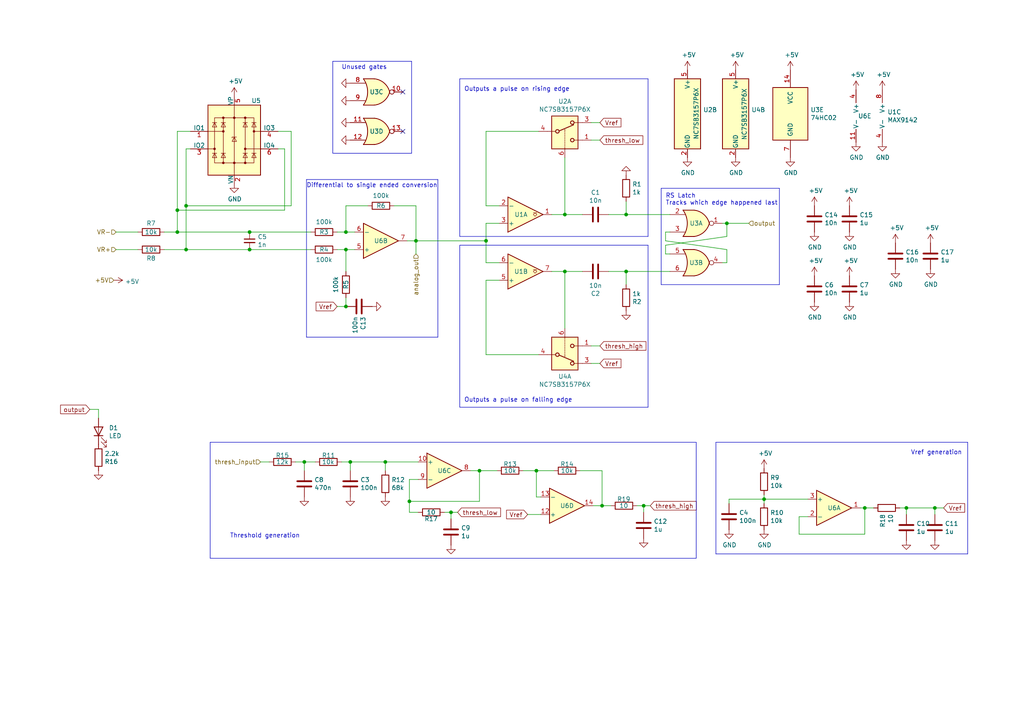
<source format=kicad_sch>
(kicad_sch (version 20230121) (generator eeschema)
  (paper "A4")
  (lib_symbols
    (symbol "74xx:74HC02" (pin_names (offset 1.016))
      (property "Reference" "U" (at 0 1.27 0))
      (property "Value" "74HC02" (at 0 -1.27 0))
      (symbol "74HC02_1_1"
        (arc (start -3.81 -3.81) (mid -2.589 0) (end -3.81 3.81) (stroke (width 0.254)))
        (arc (start -0.6096 -3.81) (mid 2.1842 -2.5851) (end 3.81 0) (stroke (width 0.254)) (fill (type background)))
        (polyline (pts (xy -3.81 -3.81) (xy -0.635 -3.81)) (stroke (width 0.254)) (fill (type background)))
        (polyline (pts (xy -3.81 3.81) (xy -0.635 3.81)) (stroke (width 0.254)) (fill (type background)))
        (polyline (pts (xy -0.635 3.81) (xy -3.81 3.81) (xy -3.81 3.81) (xy -3.556 3.4036) (xy -3.0226 2.2606) (xy -2.6924 1.0414) (xy -2.6162 -0.254) (xy -2.7686 -1.4986) (xy -3.175 -2.7178) (xy -3.81 -3.81) (xy -3.81 -3.81) (xy -0.635 -3.81)) (stroke (width -25.4)) (fill (type background)))
        (arc (start 3.81 0) (mid 2.1915 2.5936) (end -0.6096 3.81) (stroke (width 0.254)) (fill (type background)))
        (pin output inverted (at 7.62 0 180) (length 3.81) (name "~") (number "1"))
        (pin input line (at -7.62 2.54 0) (length 4.318) (name "~") (number "2"))
        (pin input line (at -7.62 -2.54 0) (length 4.318) (name "~") (number "3"))
      )
      (symbol "74HC02_1_2"
        (arc (start 0 -3.81) (mid 3.7934 0) (end 0 3.81) (stroke (width 0.254)) (fill (type background)))
        (polyline (pts (xy 0 3.81) (xy -3.81 3.81) (xy -3.81 -3.81) (xy 0 -3.81)) (stroke (width 0.254)) (fill (type background)))
        (pin output line (at 7.62 0 180) (length 3.81) (name "~") (number "1"))
        (pin input inverted (at -7.62 2.54 0) (length 3.81) (name "~") (number "2"))
        (pin input inverted (at -7.62 -2.54 0) (length 3.81) (name "~") (number "3"))
      )
      (symbol "74HC02_2_1"
        (arc (start -3.81 -3.81) (mid -2.589 0) (end -3.81 3.81) (stroke (width 0.254)))
        (arc (start -0.6096 -3.81) (mid 2.1842 -2.5851) (end 3.81 0) (stroke (width 0.254)) (fill (type background)))
        (polyline (pts (xy -3.81 -3.81) (xy -0.635 -3.81)) (stroke (width 0.254)) (fill (type background)))
        (polyline (pts (xy -3.81 3.81) (xy -0.635 3.81)) (stroke (width 0.254)) (fill (type background)))
        (polyline (pts (xy -0.635 3.81) (xy -3.81 3.81) (xy -3.81 3.81) (xy -3.556 3.4036) (xy -3.0226 2.2606) (xy -2.6924 1.0414) (xy -2.6162 -0.254) (xy -2.7686 -1.4986) (xy -3.175 -2.7178) (xy -3.81 -3.81) (xy -3.81 -3.81) (xy -0.635 -3.81)) (stroke (width -25.4)) (fill (type background)))
        (arc (start 3.81 0) (mid 2.1915 2.5936) (end -0.6096 3.81) (stroke (width 0.254)) (fill (type background)))
        (pin output inverted (at 7.62 0 180) (length 3.81) (name "~") (number "4"))
        (pin input line (at -7.62 2.54 0) (length 4.318) (name "~") (number "5"))
        (pin input line (at -7.62 -2.54 0) (length 4.318) (name "~") (number "6"))
      )
      (symbol "74HC02_2_2"
        (arc (start 0 -3.81) (mid 3.7934 0) (end 0 3.81) (stroke (width 0.254)) (fill (type background)))
        (polyline (pts (xy 0 3.81) (xy -3.81 3.81) (xy -3.81 -3.81) (xy 0 -3.81)) (stroke (width 0.254)) (fill (type background)))
        (pin output line (at 7.62 0 180) (length 3.81) (name "~") (number "4"))
        (pin input inverted (at -7.62 2.54 0) (length 3.81) (name "~") (number "5"))
        (pin input inverted (at -7.62 -2.54 0) (length 3.81) (name "~") (number "6"))
      )
      (symbol "74HC02_3_1"
        (arc (start -3.81 -3.81) (mid -2.589 0) (end -3.81 3.81) (stroke (width 0.254)))
        (arc (start -0.6096 -3.81) (mid 2.1842 -2.5851) (end 3.81 0) (stroke (width 0.254)) (fill (type background)))
        (polyline (pts (xy -3.81 -3.81) (xy -0.635 -3.81)) (stroke (width 0.254)) (fill (type background)))
        (polyline (pts (xy -3.81 3.81) (xy -0.635 3.81)) (stroke (width 0.254)) (fill (type background)))
        (polyline (pts (xy -0.635 3.81) (xy -3.81 3.81) (xy -3.81 3.81) (xy -3.556 3.4036) (xy -3.0226 2.2606) (xy -2.6924 1.0414) (xy -2.6162 -0.254) (xy -2.7686 -1.4986) (xy -3.175 -2.7178) (xy -3.81 -3.81) (xy -3.81 -3.81) (xy -0.635 -3.81)) (stroke (width -25.4)) (fill (type background)))
        (arc (start 3.81 0) (mid 2.1915 2.5936) (end -0.6096 3.81) (stroke (width 0.254)) (fill (type background)))
        (pin output inverted (at 7.62 0 180) (length 3.81) (name "~") (number "10"))
        (pin input line (at -7.62 2.54 0) (length 4.318) (name "~") (number "8"))
        (pin input line (at -7.62 -2.54 0) (length 4.318) (name "~") (number "9"))
      )
      (symbol "74HC02_3_2"
        (arc (start 0 -3.81) (mid 3.7934 0) (end 0 3.81) (stroke (width 0.254)) (fill (type background)))
        (polyline (pts (xy 0 3.81) (xy -3.81 3.81) (xy -3.81 -3.81) (xy 0 -3.81)) (stroke (width 0.254)) (fill (type background)))
        (pin output line (at 7.62 0 180) (length 3.81) (name "~") (number "10"))
        (pin input inverted (at -7.62 2.54 0) (length 3.81) (name "~") (number "8"))
        (pin input inverted (at -7.62 -2.54 0) (length 3.81) (name "~") (number "9"))
      )
      (symbol "74HC02_4_1"
        (arc (start -3.81 -3.81) (mid -2.589 0) (end -3.81 3.81) (stroke (width 0.254)))
        (arc (start -0.6096 -3.81) (mid 2.1842 -2.5851) (end 3.81 0) (stroke (width 0.254)) (fill (type background)))
        (polyline (pts (xy -3.81 -3.81) (xy -0.635 -3.81)) (stroke (width 0.254)) (fill (type background)))
        (polyline (pts (xy -3.81 3.81) (xy -0.635 3.81)) (stroke (width 0.254)) (fill (type background)))
        (polyline (pts (xy -0.635 3.81) (xy -3.81 3.81) (xy -3.81 3.81) (xy -3.556 3.4036) (xy -3.0226 2.2606) (xy -2.6924 1.0414) (xy -2.6162 -0.254) (xy -2.7686 -1.4986) (xy -3.175 -2.7178) (xy -3.81 -3.81) (xy -3.81 -3.81) (xy -0.635 -3.81)) (stroke (width -25.4)) (fill (type background)))
        (arc (start 3.81 0) (mid 2.1915 2.5936) (end -0.6096 3.81) (stroke (width 0.254)) (fill (type background)))
        (pin input line (at -7.62 2.54 0) (length 4.318) (name "~") (number "11"))
        (pin input line (at -7.62 -2.54 0) (length 4.318) (name "~") (number "12"))
        (pin output inverted (at 7.62 0 180) (length 3.81) (name "~") (number "13"))
      )
      (symbol "74HC02_4_2"
        (arc (start 0 -3.81) (mid 3.7934 0) (end 0 3.81) (stroke (width 0.254)) (fill (type background)))
        (polyline (pts (xy 0 3.81) (xy -3.81 3.81) (xy -3.81 -3.81) (xy 0 -3.81)) (stroke (width 0.254)) (fill (type background)))
        (pin input inverted (at -7.62 2.54 0) (length 3.81) (name "~") (number "11"))
        (pin input inverted (at -7.62 -2.54 0) (length 3.81) (name "~") (number "12"))
        (pin output line (at 7.62 0 180) (length 3.81) (name "~") (number "13"))
      )
      (symbol "74HC02_5_0"
        (pin power_in line (at 0 12.7 270) (length 5.08) (name "VCC") (number "14"))
        (pin power_in line (at 0 -12.7 90) (length 5.08) (name "GND") (number "7"))
      )
      (symbol "74HC02_5_1"
        (rectangle (start -5.08 7.62) (end 5.08 -7.62) (stroke (width 0.254)) (fill (type background)))
      )
    )
    (symbol "Amplifier_Operational:MCP6004" (pin_names (offset 0.127))
      (property "Reference" "U" (at 0 5.08 0))
      (property "Value" "MCP6004" (at 0 -5.08 0))
      (symbol "MCP6004_1_1"
        (polyline (pts (xy -5.08 5.08) (xy 5.08 0) (xy -5.08 -5.08) (xy -5.08 5.08)) (stroke (width 0.254)) (fill (type background)))
        (pin output line (at 7.62 0 180) (length 2.54) (name "~") (number "1"))
        (pin input line (at -7.62 -2.54 0) (length 2.54) (name "-") (number "2"))
        (pin input line (at -7.62 2.54 0) (length 2.54) (name "+") (number "3"))
      )
      (symbol "MCP6004_2_1"
        (polyline (pts (xy -5.08 5.08) (xy 5.08 0) (xy -5.08 -5.08) (xy -5.08 5.08)) (stroke (width 0.254)) (fill (type background)))
        (pin input line (at -7.62 2.54 0) (length 2.54) (name "+") (number "5"))
        (pin input line (at -7.62 -2.54 0) (length 2.54) (name "-") (number "6"))
        (pin output line (at 7.62 0 180) (length 2.54) (name "~") (number "7"))
      )
      (symbol "MCP6004_3_1"
        (polyline (pts (xy -5.08 5.08) (xy 5.08 0) (xy -5.08 -5.08) (xy -5.08 5.08)) (stroke (width 0.254)) (fill (type background)))
        (pin input line (at -7.62 2.54 0) (length 2.54) (name "+") (number "10"))
        (pin output line (at 7.62 0 180) (length 2.54) (name "~") (number "8"))
        (pin input line (at -7.62 -2.54 0) (length 2.54) (name "-") (number "9"))
      )
      (symbol "MCP6004_4_1"
        (polyline (pts (xy -5.08 5.08) (xy 5.08 0) (xy -5.08 -5.08) (xy -5.08 5.08)) (stroke (width 0.254)) (fill (type background)))
        (pin input line (at -7.62 2.54 0) (length 2.54) (name "+") (number "12"))
        (pin input line (at -7.62 -2.54 0) (length 2.54) (name "-") (number "13"))
        (pin output line (at 7.62 0 180) (length 2.54) (name "~") (number "14"))
      )
      (symbol "MCP6004_5_1"
        (pin power_in line (at -2.54 -7.62 90) (length 3.81) (name "V-") (number "11"))
        (pin power_in line (at -2.54 7.62 270) (length 3.81) (name "V+") (number "4"))
      )
    )
    (symbol "Analog_Switch:NC7SB3157P6X" (pin_names (offset 0.127))
      (property "Reference" "U" (at -3.175 4.699 0))
      (property "Value" "NC7SB3157P6X" (at -3.175 2.921 0))
      (symbol "NC7SB3157P6X_1_1"
        (rectangle (start -3.81 1.905) (end 3.81 -7.62) (stroke (width 0.254)) (fill (type background)))
        (circle (center -2.159 -2.54) (radius 0.508) (stroke (width 0.254)))
        (polyline (pts (xy -5.08 -2.54) (xy -2.794 -2.54)))
        (polyline (pts (xy -1.651 -2.413) (xy 2.54 -0.635)) (stroke (width 0.254)))
        (polyline (pts (xy 0 -7.62) (xy 0 -7.112)))
        (polyline (pts (xy 0 -6.858) (xy 0 -6.604)))
        (polyline (pts (xy 0 -6.35) (xy 0 -6.096)))
        (polyline (pts (xy 0 -5.842) (xy 0 -5.588)))
        (polyline (pts (xy 0 -5.334) (xy 0 -5.08)))
        (polyline (pts (xy 0 -4.826) (xy 0 -4.572)))
        (polyline (pts (xy 0 -4.318) (xy 0 -4.064)))
        (polyline (pts (xy 0 -3.81) (xy 0 -3.556)))
        (polyline (pts (xy 0 -3.302) (xy 0 -3.048)))
        (polyline (pts (xy 0 -2.794) (xy 0 -2.54)))
        (polyline (pts (xy 0 -2.286) (xy 0 -2.032)))
        (polyline (pts (xy 0 -2.286) (xy 0 -2.032)))
        (polyline (pts (xy 5.08 -5.08) (xy 2.794 -5.08)))
        (polyline (pts (xy 5.08 0) (xy 2.794 0)))
        (circle (center 2.159 -5.08) (radius 0.508) (stroke (width 0.254)))
        (circle (center 2.159 0) (radius 0.508) (stroke (width 0.254)))
        (pin passive line (at 7.62 -5.08 180) (length 2.54) (name "~") (number "1"))
        (pin passive line (at 7.62 0 180) (length 2.54) (name "~") (number "3"))
        (pin passive line (at -7.62 -2.54 0) (length 2.54) (name "~") (number "4"))
        (pin input line (at 0 -10.16 90) (length 2.54) (name "~") (number "6"))
      )
      (symbol "NC7SB3157P6X_2_0"
        (pin power_in line (at 0 -12.7 90) (length 2.54) (name "GND") (number "2"))
        (pin power_in line (at 0 12.7 270) (length 2.54) (name "V+") (number "5"))
      )
      (symbol "NC7SB3157P6X_2_1"
        (rectangle (start -3.81 10.16) (end 3.81 -10.16) (stroke (width 0.254)) (fill (type background)))
      )
    )
    (symbol "Comparator:LM393" (pin_names (offset 0.127))
      (property "Reference" "U" (at 3.81 3.81 0))
      (property "Value" "LM393" (at 6.35 -3.81 0))
      (symbol "LM393_1_1"
        (polyline (pts (xy -5.08 5.08) (xy 5.08 0) (xy -5.08 -5.08) (xy -5.08 5.08)) (stroke (width 0.254)) (fill (type background)))
        (polyline (pts (xy 3.302 -0.508) (xy 2.794 -0.508) (xy 3.302 0) (xy 2.794 0.508) (xy 2.286 0) (xy 2.794 -0.508) (xy 2.286 -0.508)) (stroke (width 0.127)))
        (pin open_collector line (at 7.62 0 180) (length 2.54) (name "~") (number "1"))
        (pin input line (at -7.62 -2.54 0) (length 2.54) (name "-") (number "2"))
        (pin input line (at -7.62 2.54 0) (length 2.54) (name "+") (number "3"))
      )
      (symbol "LM393_2_1"
        (polyline (pts (xy -5.08 5.08) (xy 5.08 0) (xy -5.08 -5.08) (xy -5.08 5.08)) (stroke (width 0.254)) (fill (type background)))
        (polyline (pts (xy 3.302 -0.508) (xy 2.794 -0.508) (xy 3.302 0) (xy 2.794 0.508) (xy 2.286 0) (xy 2.794 -0.508) (xy 2.286 -0.508)) (stroke (width 0.127)))
        (pin input line (at -7.62 2.54 0) (length 2.54) (name "+") (number "5"))
        (pin input line (at -7.62 -2.54 0) (length 2.54) (name "-") (number "6"))
        (pin open_collector line (at 7.62 0 180) (length 2.54) (name "~") (number "7"))
      )
      (symbol "LM393_3_1"
        (pin power_in line (at -2.54 -7.62 90) (length 3.81) (name "V-") (number "4"))
        (pin power_in line (at -2.54 7.62 270) (length 3.81) (name "V+") (number "8"))
      )
    )
    (symbol "Device:C" (pin_numbers hide) (pin_names (offset 0.254))
      (property "Reference" "C" (at 0.635 2.54 0))
      (property "Value" "C" (at 0.635 -2.54 0))
      (symbol "C_0_1"
        (polyline (pts (xy -2.032 -0.762) (xy 2.032 -0.762)) (stroke (width 0.508)))
        (polyline (pts (xy -2.032 0.762) (xy 2.032 0.762)) (stroke (width 0.508)))
      )
      (symbol "C_1_1"
        (pin passive line (at 0 3.81 270) (length 2.794) (name "~") (number "1"))
        (pin passive line (at 0 -3.81 90) (length 2.794) (name "~") (number "2"))
      )
    )
    (symbol "Device:C_Small" (pin_numbers hide) (pin_names (offset 0.254) hide)
      (property "Reference" "C" (at 0.254 1.778 0))
      (property "Value" "C_Small" (at 0.254 -2.032 0))
      (symbol "C_Small_0_1"
        (polyline (pts (xy -1.524 -0.508) (xy 1.524 -0.508)) (stroke (width 0.3302)))
        (polyline (pts (xy -1.524 0.508) (xy 1.524 0.508)) (stroke (width 0.3048)))
      )
      (symbol "C_Small_1_1"
        (pin passive line (at 0 2.54 270) (length 2.032) (name "~") (number "1"))
        (pin passive line (at 0 -2.54 90) (length 2.032) (name "~") (number "2"))
      )
    )
    (symbol "Device:LED" (pin_numbers hide) (pin_names (offset 1.016) hide)
      (property "Reference" "D" (at 0 2.54 0))
      (property "Value" "LED" (at 0 -2.54 0))
      (symbol "LED_0_1"
        (polyline (pts (xy -1.27 -1.27) (xy -1.27 1.27)) (stroke (width 0.254)))
        (polyline (pts (xy -1.27 0) (xy 1.27 0)))
        (polyline (pts (xy 1.27 -1.27) (xy 1.27 1.27) (xy -1.27 0) (xy 1.27 -1.27)) (stroke (width 0.254)))
        (polyline (pts (xy -3.048 -0.762) (xy -4.572 -2.286) (xy -3.81 -2.286) (xy -4.572 -2.286) (xy -4.572 -1.524)))
        (polyline (pts (xy -1.778 -0.762) (xy -3.302 -2.286) (xy -2.54 -2.286) (xy -3.302 -2.286) (xy -3.302 -1.524)))
      )
      (symbol "LED_1_1"
        (pin passive line (at -3.81 0 0) (length 2.54) (name "K") (number "1"))
        (pin passive line (at 3.81 0 180) (length 2.54) (name "A") (number "2"))
      )
    )
    (symbol "Device:R" (pin_numbers hide) (pin_names (offset 0))
      (property "Reference" "R" (at 2.032 0 90))
      (property "Value" "R" (at 0 0 90))
      (symbol "R_0_1"
        (rectangle (start -1.016 -2.54) (end 1.016 2.54) (stroke (width 0.254)))
      )
      (symbol "R_1_1"
        (pin passive line (at 0 3.81 270) (length 1.27) (name "~") (number "1"))
        (pin passive line (at 0 -3.81 90) (length 1.27) (name "~") (number "2"))
      )
    )
    (symbol "Power_Protection:SRV05-4" (pin_names (offset 0))
      (property "Reference" "U" (at -5.08 11.43 0))
      (property "Value" "SRV05-4" (at 2.54 11.43 0))
      (symbol "SRV05-4_0_0"
        (rectangle (start -5.715 6.477) (end 5.715 -6.604))
        (polyline (pts (xy -3.175 -6.604) (xy -3.175 6.477)))
        (polyline (pts (xy 3.175 6.477) (xy 3.175 -6.604)))
      )
      (symbol "SRV05-4_0_1"
        (rectangle (start -7.62 10.16) (end 7.62 -10.16) (stroke (width 0.254)) (fill (type background)))
        (circle (center -5.715 -2.54) (radius 0.2794) (fill (type outline)))
        (circle (center -3.175 -6.604) (radius 0.2794) (fill (type outline)))
        (circle (center -3.175 2.54) (radius 0.2794) (fill (type outline)))
        (circle (center -3.175 6.477) (radius 0.2794) (fill (type outline)))
        (circle (center 0 -6.604) (radius 0.2794) (fill (type outline)))
        (polyline (pts (xy -7.747 2.54) (xy -3.175 2.54)))
        (polyline (pts (xy -7.62 -2.54) (xy -5.715 -2.54)))
        (polyline (pts (xy -5.08 -3.81) (xy -6.35 -3.81)))
        (polyline (pts (xy -5.08 5.08) (xy -6.35 5.08)))
        (polyline (pts (xy -2.54 -3.81) (xy -3.81 -3.81)))
        (polyline (pts (xy -2.54 5.08) (xy -3.81 5.08)))
        (polyline (pts (xy 0 10.16) (xy 0 -10.16)))
        (polyline (pts (xy 3.81 -3.81) (xy 2.54 -3.81)))
        (polyline (pts (xy 3.81 5.08) (xy 2.54 5.08)))
        (polyline (pts (xy 6.35 -3.81) (xy 5.08 -3.81)))
        (polyline (pts (xy 6.35 5.08) (xy 5.08 5.08)))
        (polyline (pts (xy 7.62 -2.54) (xy 3.175 -2.54)))
        (polyline (pts (xy 7.62 2.54) (xy 5.715 2.54)))
        (polyline (pts (xy 0.635 0.889) (xy -0.635 0.889) (xy -0.635 0.635)))
        (polyline (pts (xy -5.08 -5.08) (xy -6.35 -5.08) (xy -5.715 -3.81) (xy -5.08 -5.08)))
        (polyline (pts (xy -5.08 3.81) (xy -6.35 3.81) (xy -5.715 5.08) (xy -5.08 3.81)))
        (polyline (pts (xy -2.54 -5.08) (xy -3.81 -5.08) (xy -3.175 -3.81) (xy -2.54 -5.08)))
        (polyline (pts (xy -2.54 3.81) (xy -3.81 3.81) (xy -3.175 5.08) (xy -2.54 3.81)))
        (polyline (pts (xy 0.635 -0.381) (xy -0.635 -0.381) (xy 0 0.889) (xy 0.635 -0.381)))
        (polyline (pts (xy 3.81 -5.08) (xy 2.54 -5.08) (xy 3.175 -3.81) (xy 3.81 -5.08)))
        (polyline (pts (xy 3.81 3.81) (xy 2.54 3.81) (xy 3.175 5.08) (xy 3.81 3.81)))
        (polyline (pts (xy 6.35 -5.08) (xy 5.08 -5.08) (xy 5.715 -3.81) (xy 6.35 -5.08)))
        (polyline (pts (xy 6.35 3.81) (xy 5.08 3.81) (xy 5.715 5.08) (xy 6.35 3.81)))
        (circle (center 0 6.477) (radius 0.2794) (fill (type outline)))
        (circle (center 3.175 -6.604) (radius 0.2794) (fill (type outline)))
        (circle (center 3.175 -2.54) (radius 0.2794) (fill (type outline)))
        (circle (center 3.175 6.477) (radius 0.2794) (fill (type outline)))
        (circle (center 5.715 2.54) (radius 0.2794) (fill (type outline)))
      )
      (symbol "SRV05-4_1_1"
        (pin passive line (at -12.7 2.54 0) (length 5.08) (name "IO1") (number "1"))
        (pin passive line (at 0 -12.7 90) (length 2.54) (name "VN") (number "2"))
        (pin passive line (at -12.7 -2.54 0) (length 5.08) (name "IO2") (number "3"))
        (pin passive line (at 12.7 2.54 180) (length 5.08) (name "IO3") (number "4"))
        (pin passive line (at 0 12.7 270) (length 2.54) (name "VP") (number "5"))
        (pin passive line (at 12.7 -2.54 180) (length 5.08) (name "IO4") (number "6"))
      )
    )
    (symbol "power:+5V" (power) (pin_names (offset 0))
      (property "Value" "+5V" (at 0 3.556 0))
      (symbol "+5V_0_1"
        (polyline (pts (xy -0.762 1.27) (xy 0 2.54)))
        (polyline (pts (xy 0 0) (xy 0 2.54)))
        (polyline (pts (xy 0 2.54) (xy 0.762 1.27)))
      )
      (symbol "+5V_1_1"
        (pin power_in line (at 0 0 90) (length 0) hide (name "+5V") (number "1"))
      )
    )
    (symbol "power:GND" (power) (pin_names (offset 0))
      (property "Value" "GND" (at 0 -3.81 0))
      (symbol "GND_0_1"
        (polyline (pts (xy 0 0) (xy 0 -1.27) (xy 1.27 -1.27) (xy 0 -2.54) (xy -1.27 -1.27) (xy 0 -1.27)))
      )
      (symbol "GND_1_1"
        (pin power_in line (at 0 0 270) (length 0) hide (name "GND") (number "1"))
      )
    )
  )
  (junction (at 51.435 60.96))
  (junction (at 120.65 69.85))
  (junction (at 100.33 72.39))
  (junction (at 51.435 67.31))
  (junction (at 53.975 59.69))
  (junction (at 181.61 62.23))
  (junction (at 221.615 144.78))
  (junction (at 181.61 78.74))
  (junction (at 163.83 78.74))
  (junction (at 174.625 146.685))
  (junction (at 262.89 147.32))
  (junction (at 100.33 67.31))
  (junction (at 250.825 147.32))
  (junction (at 118.745 145.415))
  (junction (at 140.97 69.85))
  (junction (at 88.265 133.985))
  (junction (at 130.81 148.59))
  (junction (at 163.83 62.23))
  (junction (at 72.39 72.39))
  (junction (at 72.39 67.31))
  (junction (at 139.065 136.525))
  (junction (at 111.76 133.985))
  (junction (at 155.575 136.525))
  (junction (at 101.6 133.985))
  (junction (at 186.69 146.685))
  (junction (at 53.975 72.39))
  (junction (at 210.82 64.77))
  (junction (at 271.145 147.32))
  (junction (at 100.33 88.9))
  (no_connect (at 116.84 38.1))
  (no_connect (at 116.84 26.67))
  (wire (pts (xy 156.845 144.145) (xy 155.575 144.145)))
  (wire (pts (xy 72.39 67.31) (xy 90.17 67.31)))
  (polyline (pts (xy 133.35 22.86) (xy 133.35 68.58)))
  (wire (pts (xy 51.435 60.96) (xy 51.435 67.31)))
  (wire (pts (xy 155.575 144.145) (xy 155.575 136.525)))
  (wire (pts (xy 111.76 133.985) (xy 111.76 136.525)))
  (polyline (pts (xy 88.9 52.07) (xy 88.9 97.79)))
  (wire (pts (xy 210.82 64.77) (xy 217.17 64.77)))
  (wire (pts (xy 100.33 88.9) (xy 100.33 86.36)))
  (polyline (pts (xy 88.9 97.79) (xy 127 97.79)))
  (wire (pts (xy 193.04 69.85) (xy 210.82 72.39)))
  (wire (pts (xy 211.455 144.78) (xy 221.615 144.78)))
  (wire (pts (xy 53.975 59.69) (xy 53.975 72.39)))
  (polyline (pts (xy 96.52 44.45) (xy 119.38 44.45)))
  (wire (pts (xy 173.99 105.41) (xy 171.45 105.41)))
  (polyline (pts (xy 191.77 82.55) (xy 226.06 82.55)))
  (polyline (pts (xy 60.96 161.925) (xy 60.96 128.27)))
  (wire (pts (xy 106.68 59.69) (xy 100.33 59.69)))
  (wire (pts (xy 139.065 136.525) (xy 136.525 136.525)))
  (polyline (pts (xy 119.38 17.78) (xy 96.52 17.78)))
  (wire (pts (xy 163.83 78.74) (xy 160.02 78.74)))
  (wire (pts (xy 51.435 60.96) (xy 82.55 60.96)))
  (wire (pts (xy 140.97 59.69) (xy 144.78 59.69)))
  (polyline (pts (xy 187.96 22.86) (xy 133.35 22.86)))
  (wire (pts (xy 118.745 145.415) (xy 118.745 148.59)))
  (wire (pts (xy 156.21 38.1) (xy 140.97 38.1)))
  (wire (pts (xy 181.61 78.74) (xy 181.61 82.55)))
  (wire (pts (xy 140.97 81.28) (xy 144.78 81.28)))
  (wire (pts (xy 26.035 118.745) (xy 28.575 118.745)))
  (wire (pts (xy 211.455 146.05) (xy 211.455 144.78)))
  (polyline (pts (xy 187.96 71.12) (xy 187.96 118.11)))
  (wire (pts (xy 193.04 67.31) (xy 193.04 69.85)))
  (wire (pts (xy 176.53 62.23) (xy 181.61 62.23)))
  (wire (pts (xy 118.745 148.59) (xy 121.285 148.59)))
  (wire (pts (xy 33.655 67.31) (xy 40.005 67.31)))
  (wire (pts (xy 139.065 145.415) (xy 139.065 136.525)))
  (wire (pts (xy 130.81 148.59) (xy 128.905 148.59)))
  (polyline (pts (xy 96.52 17.78) (xy 96.52 44.45)))
  (wire (pts (xy 262.89 147.32) (xy 260.985 147.32)))
  (wire (pts (xy 250.825 147.32) (xy 249.555 147.32)))
  (polyline (pts (xy 280.67 128.27) (xy 207.645 128.27)))
  (wire (pts (xy 120.65 59.69) (xy 120.65 69.85)))
  (wire (pts (xy 118.745 145.415) (xy 139.065 145.415)))
  (wire (pts (xy 186.69 148.59) (xy 186.69 146.685)))
  (wire (pts (xy 153.035 149.225) (xy 156.845 149.225)))
  (wire (pts (xy 163.83 78.74) (xy 163.83 95.25)))
  (polyline (pts (xy 226.06 54.61) (xy 191.77 54.61)))
  (wire (pts (xy 118.745 139.065) (xy 118.745 145.415)))
  (wire (pts (xy 140.97 64.77) (xy 144.78 64.77)))
  (polyline (pts (xy 226.06 54.61) (xy 226.06 82.55)))
  (wire (pts (xy 174.625 136.525) (xy 174.625 146.685)))
  (polyline (pts (xy 133.35 68.58) (xy 187.96 68.58)))
  (wire (pts (xy 99.06 133.985) (xy 101.6 133.985)))
  (wire (pts (xy 53.975 72.39) (xy 72.39 72.39)))
  (wire (pts (xy 85.725 133.985) (xy 88.265 133.985)))
  (polyline (pts (xy 127 52.07) (xy 127 97.79)))
  (wire (pts (xy 55.245 43.18) (xy 53.975 43.18)))
  (wire (pts (xy 221.615 144.78) (xy 221.615 143.51)))
  (polyline (pts (xy 280.67 160.655) (xy 280.67 128.27)))
  (wire (pts (xy 193.04 71.12) (xy 210.82 68.58)))
  (wire (pts (xy 174.625 146.685) (xy 177.165 146.685)))
  (wire (pts (xy 253.365 147.32) (xy 250.825 147.32)))
  (wire (pts (xy 234.315 149.86) (xy 231.775 149.86)))
  (wire (pts (xy 53.975 43.18) (xy 53.975 59.69)))
  (polyline (pts (xy 201.93 128.27) (xy 201.93 161.925)))
  (wire (pts (xy 51.435 38.1) (xy 51.435 60.96)))
  (wire (pts (xy 121.285 133.985) (xy 111.76 133.985)))
  (wire (pts (xy 55.245 38.1) (xy 51.435 38.1)))
  (wire (pts (xy 97.79 67.31) (xy 100.33 67.31)))
  (wire (pts (xy 160.02 62.23) (xy 163.83 62.23)))
  (wire (pts (xy 140.97 76.2) (xy 140.97 69.85)))
  (polyline (pts (xy 207.645 128.27) (xy 207.645 160.655)))
  (wire (pts (xy 120.65 69.85) (xy 118.11 69.85)))
  (polyline (pts (xy 133.35 71.12) (xy 187.96 71.12)))
  (wire (pts (xy 100.33 59.69) (xy 100.33 67.31)))
  (wire (pts (xy 262.89 149.225) (xy 262.89 147.32)))
  (wire (pts (xy 84.455 59.69) (xy 84.455 38.1)))
  (wire (pts (xy 173.99 100.33) (xy 171.45 100.33)))
  (polyline (pts (xy 127 52.07) (xy 88.9 52.07)))
  (wire (pts (xy 82.55 60.96) (xy 82.55 43.18)))
  (polyline (pts (xy 207.645 160.655) (xy 280.67 160.655)))
  (polyline (pts (xy 191.77 82.55) (xy 191.77 54.61)))
  (wire (pts (xy 84.455 38.1) (xy 80.645 38.1)))
  (wire (pts (xy 176.53 78.74) (xy 181.61 78.74)))
  (wire (pts (xy 171.45 40.64) (xy 173.99 40.64)))
  (wire (pts (xy 53.975 59.69) (xy 84.455 59.69)))
  (wire (pts (xy 181.61 78.74) (xy 194.31 78.74)))
  (wire (pts (xy 271.145 147.32) (xy 273.685 147.32)))
  (wire (pts (xy 231.775 154.94) (xy 250.825 154.94)))
  (wire (pts (xy 140.97 38.1) (xy 140.97 59.69)))
  (wire (pts (xy 155.575 136.525) (xy 160.655 136.525)))
  (wire (pts (xy 90.17 72.39) (xy 72.39 72.39)))
  (wire (pts (xy 100.33 67.31) (xy 102.87 67.31)))
  (polyline (pts (xy 187.96 68.58) (xy 187.96 22.86)))
  (wire (pts (xy 163.83 78.74) (xy 168.91 78.74)))
  (wire (pts (xy 193.04 73.66) (xy 193.04 71.12)))
  (wire (pts (xy 114.3 59.69) (xy 120.65 59.69)))
  (wire (pts (xy 221.615 144.78) (xy 221.615 146.05)))
  (wire (pts (xy 168.275 136.525) (xy 174.625 136.525)))
  (wire (pts (xy 120.65 73.66) (xy 120.65 69.85)))
  (wire (pts (xy 163.83 62.23) (xy 168.91 62.23)))
  (wire (pts (xy 271.145 149.225) (xy 271.145 147.32)))
  (wire (pts (xy 210.82 72.39) (xy 210.82 76.2)))
  (wire (pts (xy 250.825 154.94) (xy 250.825 147.32)))
  (wire (pts (xy 121.285 139.065) (xy 118.745 139.065)))
  (wire (pts (xy 156.21 102.87) (xy 140.97 102.87)))
  (wire (pts (xy 88.265 133.985) (xy 88.265 136.525)))
  (wire (pts (xy 140.97 81.28) (xy 140.97 102.87)))
  (wire (pts (xy 100.33 78.74) (xy 100.33 72.39)))
  (wire (pts (xy 40.005 72.39) (xy 33.655 72.39)))
  (wire (pts (xy 101.6 133.985) (xy 111.76 133.985)))
  (polyline (pts (xy 60.96 161.925) (xy 201.93 161.925)))
  (wire (pts (xy 234.315 144.78) (xy 221.615 144.78)))
  (wire (pts (xy 181.61 62.23) (xy 181.61 58.42)))
  (wire (pts (xy 186.69 146.685) (xy 184.785 146.685)))
  (wire (pts (xy 144.78 76.2) (xy 140.97 76.2)))
  (wire (pts (xy 47.625 67.31) (xy 51.435 67.31)))
  (wire (pts (xy 100.33 72.39) (xy 102.87 72.39)))
  (wire (pts (xy 163.83 62.23) (xy 163.83 45.72)))
  (wire (pts (xy 194.31 67.31) (xy 193.04 67.31)))
  (polyline (pts (xy 133.35 118.11) (xy 133.35 71.12)))
  (wire (pts (xy 144.145 136.525) (xy 139.065 136.525)))
  (wire (pts (xy 53.975 72.39) (xy 47.625 72.39)))
  (wire (pts (xy 262.89 147.32) (xy 271.145 147.32)))
  (wire (pts (xy 132.715 148.59) (xy 130.81 148.59)))
  (wire (pts (xy 231.775 149.86) (xy 231.775 154.94)))
  (wire (pts (xy 155.575 136.525) (xy 151.765 136.525)))
  (wire (pts (xy 82.55 43.18) (xy 80.645 43.18)))
  (wire (pts (xy 140.97 69.85) (xy 140.97 64.77)))
  (wire (pts (xy 97.79 88.9) (xy 100.33 88.9)))
  (wire (pts (xy 188.595 146.685) (xy 186.69 146.685)))
  (wire (pts (xy 101.6 136.525) (xy 101.6 133.985)))
  (polyline (pts (xy 187.96 118.11) (xy 133.35 118.11)))
  (polyline (pts (xy 119.38 44.45) (xy 119.38 17.78)))
  (polyline (pts (xy 60.96 128.27) (xy 201.93 128.27)))
  (wire (pts (xy 97.79 72.39) (xy 100.33 72.39)))
  (wire (pts (xy 140.97 69.85) (xy 120.65 69.85)))
  (wire (pts (xy 174.625 146.685) (xy 172.085 146.685)))
  (wire (pts (xy 173.99 35.56) (xy 171.45 35.56)))
  (wire (pts (xy 210.82 76.2) (xy 209.55 76.2)))
  (wire (pts (xy 181.61 62.23) (xy 194.31 62.23)))
  (wire (pts (xy 210.82 64.77) (xy 209.55 64.77)))
  (wire (pts (xy 210.82 68.58) (xy 210.82 64.77)))
  (wire (pts (xy 51.435 67.31) (xy 72.39 67.31)))
  (wire (pts (xy 91.44 133.985) (xy 88.265 133.985)))
  (wire (pts (xy 130.81 150.495) (xy 130.81 148.59)))
  (wire (pts (xy 78.105 133.985) (xy 75.565 133.985)))
  (wire (pts (xy 28.575 118.745) (xy 28.575 121.285)))
  (wire (pts (xy 194.31 73.66) (xy 193.04 73.66)))
  (text "RS Latch\nTracks which edge happened last" (at 193.04 59.69 0) (effects (font (size 1.27 1.27)) (justify left bottom)))
  (text "Unused gates" (at 99.06 20.32 0) (effects (font (size 1.27 1.27)) (justify left bottom)))
  (text "Threshold generation" (at 66.675 156.21 0) (effects (font (size 1.27 1.27)) (justify left bottom)))
  (text "Differential to single ended conversion" (at 88.9 54.61 0) (effects (font (size 1.27 1.27)) (justify left bottom)))
  (text "Outputs a pulse on rising edge" (at 134.62 26.67 0) (effects (font (size 1.27 1.27)) (justify left bottom)))
  (text "Vref generation" (at 264.16 132.08 0) (effects (font (size 1.27 1.27)) (justify left bottom)))
  (text "Outputs a pulse on falling edge" (at 134.62 116.84 0) (effects (font (size 1.27 1.27)) (justify left bottom)))
  (global_label "Vref" (shape input) (at 97.79 88.9 180) (property "Intersheetrefs" "${INTERSHEET_REFS}" (effects hide)))
  (global_label "Vref" (shape input) (at 273.685 147.32 0) (property "Intersheetrefs" "${INTERSHEET_REFS}" (effects hide)))
  (global_label "output" (shape input) (at 26.035 118.745 180) (property "Intersheetrefs" "${INTERSHEET_REFS}" (effects hide)))
  (global_label "thresh_high" (shape input) (at 188.595 146.685 0) (property "Intersheetrefs" "${INTERSHEET_REFS}" (effects hide)))
  (global_label "thresh_low" (shape input) (at 173.99 40.64 0) (property "Intersheetrefs" "${INTERSHEET_REFS}" (effects hide)))
  (global_label "Vref" (shape input) (at 153.035 149.225 180) (property "Intersheetrefs" "${INTERSHEET_REFS}" (effects hide)))
  (global_label "thresh_high" (shape input) (at 173.99 100.33 0) (property "Intersheetrefs" "${INTERSHEET_REFS}" (effects hide)))
  (global_label "Vref" (shape input) (at 173.99 105.41 0) (property "Intersheetrefs" "${INTERSHEET_REFS}" (effects hide)))
  (global_label "Vref" (shape input) (at 173.99 35.56 0) (property "Intersheetrefs" "${INTERSHEET_REFS}" (effects hide)))
  (global_label "thresh_low" (shape input) (at 132.715 148.59 0) (property "Intersheetrefs" "${INTERSHEET_REFS}" (effects hide)))
  (hierarchical_label "analog_out" (shape input) (at 120.65 73.66 270))
  (hierarchical_label "+5V" (shape input) (at 33.02 81.28 180))
  (hierarchical_label "VR+" (shape input) (at 33.655 72.39 180))
  (hierarchical_label "VR-" (shape input) (at 33.655 67.31 180))
  (hierarchical_label "thresh_input" (shape input) (at 75.565 133.985 180))
  (hierarchical_label "output" (shape input) (at 217.17 64.77 0))
  (symbol (lib_id "Device:C") (at 172.72 62.23 270) (unit 1)
    (property "Reference" "C1" (at 172.72 55.8292 90))
    (property "Value" "10n" (at 172.72 58.1406 90))
    (property "Footprint" "Capacitor_SMD:C_0402_1005Metric" (effects hide))
    (property "LCSC" "C15195" (effects hide))
  )
  (symbol (lib_id "Device:R") (at 181.61 54.61 0) (unit 1)
    (property "Reference" "R1" (at 183.388 53.4416 0) (effects (justify left)))
    (property "Value" "1k" (at 183.388 55.753 0) (effects (justify left)))
    (property "Footprint" "Resistor_SMD:R_0402_1005Metric" (effects hide))
    (property "LCSC" "C11702" (effects hide))
  )
  (symbol (lib_id "power:GND") (at 181.61 50.8 180) (unit 1)
    (property "Reference" "#PWR0101" (effects hide))
    (property "Value" "GND" (effects hide))
  )
  (symbol (lib_id "Device:C") (at 172.72 78.74 270) (mirror x) (unit 1)
    (property "Reference" "C2" (at 172.72 85.1408 90))
    (property "Value" "10n" (at 172.72 82.8294 90))
    (property "Footprint" "Capacitor_SMD:C_0402_1005Metric" (effects hide))
    (property "LCSC" "C15195" (effects hide))
  )
  (symbol (lib_id "Device:R") (at 181.61 86.36 0) (mirror x) (unit 1)
    (property "Reference" "R2" (at 183.388 87.5284 0) (effects (justify left)))
    (property "Value" "1k" (at 183.388 85.217 0) (effects (justify left)))
    (property "Footprint" "Resistor_SMD:R_0402_1005Metric" (effects hide))
    (property "LCSC" "C11702" (effects hide))
  )
  (symbol (lib_id "power:GND") (at 181.61 90.17 0) (mirror y) (unit 1)
    (property "Reference" "#PWR0102" (effects hide))
    (property "Value" "GND" (effects hide))
  )
  (symbol (lib_id "power:GND") (at 229.235 45.72 0) (unit 1)
    (property "Reference" "#PWR0103" (effects hide))
    (property "Value" "GND" (at 229.362 50.1142 0))
  )
  (symbol (lib_id "power:GND") (at 199.39 45.72 0) (unit 1)
    (property "Reference" "#PWR0104" (effects hide))
    (property "Value" "GND" (at 199.517 50.1142 0))
  )
  (symbol (lib_id "power:GND") (at 213.36 45.72 0) (unit 1)
    (property "Reference" "#PWR0105" (effects hide))
    (property "Value" "GND" (at 213.487 50.1142 0))
  )
  (symbol (lib_id "power:+5V") (at 199.39 20.32 0) (unit 1)
    (property "Reference" "#PWR0106" (effects hide))
    (property "Value" "+5V" (at 199.771 15.9258 0))
  )
  (symbol (lib_id "power:+5V") (at 213.36 20.32 0) (unit 1)
    (property "Reference" "#PWR0107" (effects hide))
    (property "Value" "+5V" (at 213.741 15.9258 0))
  )
  (symbol (lib_id "power:+5V") (at 255.905 26.035 0) (unit 1)
    (property "Reference" "#PWR0108" (effects hide))
    (property "Value" "+5V" (at 256.286 21.6408 0))
  )
  (symbol (lib_id "power:+5V") (at 229.235 20.32 0) (unit 1)
    (property "Reference" "#PWR0109" (effects hide))
    (property "Value" "+5V" (at 229.616 15.9258 0))
  )
  (symbol (lib_id "power:GND") (at 255.905 41.275 0) (unit 1)
    (property "Reference" "#PWR0110" (effects hide))
    (property "Value" "GND" (at 256.032 45.6692 0))
  )
  (symbol (lib_id "Comparator:LM393") (at 152.4 62.23 0) (mirror x) (unit 1)
    (property "Reference" "U1" (at 151.13 62.23 0))
    (property "Value" "MAX9142" (effects hide))
    (property "Footprint" "Package_SO:SOIC-8_3.9x4.9mm_P1.27mm" (effects hide))
    (property "Datasheet" "http://www.ti.com/lit/ds/symlink/lm393.pdf" (effects hide))
    (property "LCSC" "C18567" (effects hide))
  )
  (symbol (lib_id "Comparator:LM393") (at 152.4 78.74 0) (mirror x) (unit 2)
    (property "Reference" "U1" (at 151.13 78.74 0))
    (property "Value" "MAX9142" (effects hide))
    (property "Footprint" "Package_SO:SOIC-8_3.9x4.9mm_P1.27mm" (effects hide))
    (property "Datasheet" "http://www.ti.com/lit/ds/symlink/lm393.pdf" (effects hide))
    (property "LCSC" "C18567" (effects hide))
  )
  (symbol (lib_id "Comparator:LM393") (at 258.445 33.655 0) (unit 3)
    (property "Reference" "U1" (at 257.3782 32.4866 0) (effects (justify left)))
    (property "Value" "MAX9142" (at 257.3782 34.798 0) (effects (justify left)))
    (property "Footprint" "Package_SO:SOIC-8_3.9x4.9mm_P1.27mm" (effects hide))
    (property "Datasheet" "http://www.ti.com/lit/ds/symlink/lm393.pdf" (effects hide))
    (property "LCSC" "C18567" (effects hide))
  )
  (symbol (lib_id "Analog_Switch:NC7SB3157P6X") (at 163.83 35.56 0) (unit 1)
    (property "Reference" "U2" (at 163.83 29.4132 0))
    (property "Value" "NC7SB3157P6X" (at 163.83 31.7246 0))
    (property "Footprint" "Package_TO_SOT_SMD:SOT-363_SC-70-6" (effects hide))
    (property "Datasheet" "https://www.onsemi.com/pub/Collateral/NC7SB3157-D.PDF" (effects hide))
    (property "LCSC" "C87403" (effects hide))
  )
  (symbol (lib_id "Analog_Switch:NC7SB3157P6X") (at 199.39 33.02 0) (mirror y) (unit 2)
    (property "Reference" "U2" (at 203.962 31.8516 0) (effects (justify right)))
    (property "Value" "NC7SB3157P6X" (at 201.93 25.4 90) (effects (justify right)))
    (property "Footprint" "Package_TO_SOT_SMD:SOT-363_SC-70-6" (effects hide))
    (property "Datasheet" "https://www.onsemi.com/pub/Collateral/NC7SB3157-D.PDF" (effects hide))
    (property "LCSC" "C87403" (effects hide))
  )
  (symbol (lib_id "Analog_Switch:NC7SB3157P6X") (at 163.83 105.41 0) (mirror x) (unit 1)
    (property "Reference" "U4" (at 163.83 109.1946 0))
    (property "Value" "NC7SB3157P6X" (at 163.83 111.506 0))
    (property "Footprint" "Package_TO_SOT_SMD:SOT-363_SC-70-6" (effects hide))
    (property "Datasheet" "https://www.onsemi.com/pub/Collateral/NC7SB3157-D.PDF" (effects hide))
    (property "LCSC" "C87403" (effects hide))
  )
  (symbol (lib_id "Analog_Switch:NC7SB3157P6X") (at 213.36 33.02 0) (unit 2)
    (property "Reference" "U4" (at 217.932 31.8516 0) (effects (justify left)))
    (property "Value" "NC7SB3157P6X" (at 215.9 40.64 90) (effects (justify left)))
    (property "Footprint" "Package_TO_SOT_SMD:SOT-363_SC-70-6" (effects hide))
    (property "Datasheet" "https://www.onsemi.com/pub/Collateral/NC7SB3157-D.PDF" (effects hide))
    (property "LCSC" "C87403" (effects hide))
  )
  (symbol (lib_id "Amplifier_Operational:MCP6004") (at 241.935 147.32 0) (unit 1)
    (property "Reference" "U6" (at 241.935 147.32 0))
    (property "Value" "MCP6004" (effects hide))
    (property "Footprint" "Package_SO:TSSOP-14_4.4x5mm_P0.65mm" (effects hide))
    (property "Datasheet" "http://ww1.microchip.com/downloads/en/DeviceDoc/21733j.pdf" (effects hide))
    (property "LCSC" "C50282" (effects hide))
  )
  (symbol (lib_id "Amplifier_Operational:MCP6004") (at 110.49 69.85 0) (mirror x) (unit 2)
    (property "Reference" "U6" (at 110.49 69.85 0))
    (property "Value" "MCP6004" (effects hide))
    (property "Footprint" "Package_SO:TSSOP-14_4.4x5mm_P0.65mm" (effects hide))
    (property "Datasheet" "http://ww1.microchip.com/downloads/en/DeviceDoc/21733j.pdf" (effects hide))
    (property "LCSC" "C50282" (effects hide))
  )
  (symbol (lib_id "Amplifier_Operational:MCP6004") (at 128.905 136.525 0) (unit 3)
    (property "Reference" "U6" (at 128.905 136.525 0))
    (property "Value" "MCP6004" (effects hide))
    (property "Footprint" "Package_SO:TSSOP-14_4.4x5mm_P0.65mm" (effects hide))
    (property "Datasheet" "http://ww1.microchip.com/downloads/en/DeviceDoc/21733j.pdf" (effects hide))
    (property "LCSC" "C50282" (effects hide))
  )
  (symbol (lib_id "Amplifier_Operational:MCP6004") (at 164.465 146.685 0) (mirror x) (unit 4)
    (property "Reference" "U6" (at 164.465 146.685 0))
    (property "Value" "MCP6004" (effects hide))
    (property "Footprint" "Package_SO:TSSOP-14_4.4x5mm_P0.65mm" (effects hide))
    (property "Datasheet" "http://ww1.microchip.com/downloads/en/DeviceDoc/21733j.pdf" (effects hide))
    (property "LCSC" "C50282" (effects hide))
  )
  (symbol (lib_id "Amplifier_Operational:MCP6004") (at 250.825 33.655 0) (unit 5)
    (property "Reference" "U6" (at 250.825 33.655 0))
    (property "Value" "MCP6004" (effects hide))
    (property "Footprint" "Package_SO:TSSOP-14_4.4x5mm_P0.65mm" (effects hide))
    (property "Datasheet" "http://ww1.microchip.com/downloads/en/DeviceDoc/21733j.pdf" (effects hide))
    (property "LCSC" "C50282" (effects hide))
  )
  (symbol (lib_id "Power_Protection:SRV05-4") (at 67.945 40.64 0) (unit 1)
    (property "Reference" "U5" (at 74.295 29.21 0))
    (property "Value" "SRV05-4" (effects hide))
    (property "Footprint" "Package_TO_SOT_SMD:SOT-23-6" (effects hide))
    (property "Datasheet" "http://www.onsemi.com/pub/Collateral/SRV05-4-D.PDF" (effects hide))
    (property "LCSC" "C85364" (effects hide))
  )
  (symbol (lib_id "Device:R") (at 110.49 59.69 270) (unit 1)
    (property "Reference" "R6" (at 110.49 59.69 90))
    (property "Value" "100k" (at 110.49 56.7436 90))
    (property "Footprint" "Resistor_SMD:R_0402_1005Metric" (effects hide))
    (property "LCSC" "C25741" (effects hide))
  )
  (symbol (lib_id "Device:R") (at 100.33 82.55 0) (unit 1)
    (property "Reference" "R5" (at 100.33 82.55 90))
    (property "Value" "100k" (at 97.3836 82.55 90))
    (property "Footprint" "Resistor_SMD:R_0402_1005Metric" (effects hide))
    (property "LCSC" "C25741" (effects hide))
  )
  (symbol (lib_id "Device:R") (at 93.98 72.39 90) (unit 1)
    (property "Reference" "R4" (at 93.98 72.39 90))
    (property "Value" "100k" (at 93.98 75.3364 90))
    (property "Footprint" "Resistor_SMD:R_0402_1005Metric" (effects hide))
    (property "LCSC" "C25741" (effects hide))
  )
  (symbol (lib_id "Device:R") (at 93.98 67.31 270) (unit 1)
    (property "Reference" "R3" (at 93.98 67.31 90))
    (property "Value" "100k" (at 93.98 64.3636 90))
    (property "Footprint" "Resistor_SMD:R_0402_1005Metric" (effects hide))
    (property "LCSC" "C25741" (effects hide))
  )
  (symbol (lib_id "power:+5V") (at 248.285 26.035 0) (unit 1)
    (property "Reference" "#PWR0111" (effects hide))
    (property "Value" "+5V" (at 248.666 21.6408 0))
  )
  (symbol (lib_id "power:GND") (at 248.285 41.275 0) (unit 1)
    (property "Reference" "#PWR0112" (effects hide))
    (property "Value" "GND" (at 248.412 45.6692 0))
  )
  (symbol (lib_id "Device:R") (at 43.815 67.31 90) (unit 1)
    (property "Reference" "R7" (at 43.815 64.77 90))
    (property "Value" "10k" (at 43.815 67.31 90))
    (property "Footprint" "Resistor_SMD:R_0805_2012Metric" (effects hide))
    (property "LCSC" "C17414" (effects hide))
  )
  (symbol (lib_id "Device:R") (at 43.815 72.39 270) (unit 1)
    (property "Reference" "R8" (at 43.815 74.93 90))
    (property "Value" "10k" (at 43.815 72.39 90))
    (property "Footprint" "Resistor_SMD:R_0805_2012Metric" (effects hide))
    (property "LCSC" "C17414" (effects hide))
  )
  (symbol (lib_id "power:GND") (at 67.945 53.34 0) (unit 1)
    (property "Reference" "#PWR0113" (effects hide))
    (property "Value" "GND" (at 68.072 57.7342 0))
  )
  (symbol (lib_id "power:+5V") (at 67.945 27.94 0) (unit 1)
    (property "Reference" "#PWR0114" (effects hide))
    (property "Value" "+5V" (at 68.326 23.5458 0))
  )
  (symbol (lib_id "Device:R") (at 95.25 133.985 270) (unit 1)
    (property "Reference" "R11" (at 93.345 132.08 90) (effects (justify left)))
    (property "Value" "10k" (at 93.345 133.985 90) (effects (justify left)))
    (property "Footprint" "Resistor_SMD:R_0402_1005Metric" (effects hide))
    (property "LCSC" "C25744" (effects hide))
  )
  (symbol (lib_id "Device:R") (at 111.76 140.335 0) (unit 1)
    (property "Reference" "R12" (at 113.538 139.1666 0) (effects (justify left)))
    (property "Value" "68k" (at 113.538 141.478 0) (effects (justify left)))
    (property "Footprint" "Resistor_SMD:R_0402_1005Metric" (effects hide))
    (property "LCSC" "C36871" (effects hide))
  )
  (symbol (lib_id "power:GND") (at 111.76 144.145 0) (mirror y) (unit 1)
    (property "Reference" "#PWR0115" (effects hide))
    (property "Value" "GND" (effects hide))
  )
  (symbol (lib_id "Device:R") (at 147.955 136.525 270) (unit 1)
    (property "Reference" "R13" (at 147.955 134.62 90))
    (property "Value" "10k" (at 147.955 136.525 90))
    (property "Footprint" "Resistor_SMD:R_0402_1005Metric" (effects hide))
    (property "LCSC" "C25744" (effects hide))
  )
  (symbol (lib_id "Device:R") (at 164.465 136.525 270) (unit 1)
    (property "Reference" "R14" (at 164.465 134.62 90))
    (property "Value" "10k" (at 164.465 136.525 90))
    (property "Footprint" "Resistor_SMD:R_0402_1005Metric" (effects hide))
    (property "LCSC" "C25744" (effects hide))
  )
  (symbol (lib_id "Device:R") (at 221.615 149.86 0) (unit 1)
    (property "Reference" "R10" (at 223.393 148.6916 0) (effects (justify left)))
    (property "Value" "10k" (at 223.393 151.003 0) (effects (justify left)))
    (property "Footprint" "Resistor_SMD:R_0402_1005Metric" (effects hide))
    (property "LCSC" "C25744" (effects hide))
  )
  (symbol (lib_id "Device:R") (at 221.615 139.7 0) (unit 1)
    (property "Reference" "R9" (at 223.393 138.5316 0) (effects (justify left)))
    (property "Value" "10k" (at 223.393 140.843 0) (effects (justify left)))
    (property "Footprint" "Resistor_SMD:R_0402_1005Metric" (effects hide))
    (property "LCSC" "C25744" (effects hide))
  )
  (symbol (lib_id "power:GND") (at 221.615 153.67 0) (unit 1)
    (property "Reference" "#PWR0116" (effects hide))
    (property "Value" "GND" (at 221.742 158.0642 0))
  )
  (symbol (lib_id "power:+5V") (at 221.615 135.89 0) (unit 1)
    (property "Reference" "#PWR0117" (effects hide))
    (property "Value" "+5V" (at 221.996 131.4958 0))
  )
  (symbol (lib_id "Device:C") (at 101.6 140.335 0) (unit 1)
    (property "Reference" "C3" (at 104.521 139.1666 0) (effects (justify left)))
    (property "Value" "100n" (at 104.521 141.478 0) (effects (justify left)))
    (property "Footprint" "Capacitor_SMD:C_0402_1005Metric" (effects hide))
    (property "LCSC" "C1525" (effects hide))
  )
  (symbol (lib_id "power:GND") (at 101.6 144.145 0) (mirror y) (unit 1)
    (property "Reference" "#PWR0118" (effects hide))
    (property "Value" "GND" (effects hide))
  )
  (symbol (lib_id "Device:C") (at 211.455 149.86 0) (unit 1)
    (property "Reference" "C4" (at 214.376 148.6916 0) (effects (justify left)))
    (property "Value" "100n" (at 214.376 151.003 0) (effects (justify left)))
    (property "Footprint" "Capacitor_SMD:C_0402_1005Metric" (effects hide))
    (property "LCSC" "C1525" (effects hide))
  )
  (symbol (lib_id "power:GND") (at 211.455 153.67 0) (unit 1)
    (property "Reference" "#PWR0119" (effects hide))
    (property "Value" "GND" (at 211.582 158.0642 0))
  )
  (symbol (lib_id "Device:R") (at 125.095 148.59 90) (mirror x) (unit 1)
    (property "Reference" "R17" (at 127 150.495 90) (effects (justify left)))
    (property "Value" "10" (at 126.365 148.59 90) (effects (justify left)))
    (property "Footprint" "Resistor_SMD:R_0402_1005Metric" (effects hide))
    (property "LCSC" "C25077" (effects hide))
  )
  (symbol (lib_id "Device:C") (at 130.81 154.305 0) (unit 1)
    (property "Reference" "C9" (at 133.731 153.1366 0) (effects (justify left)))
    (property "Value" "1u" (at 133.731 155.448 0) (effects (justify left)))
    (property "Footprint" "Capacitor_SMD:C_0402_1005Metric" (effects hide))
    (property "LCSC" "C52923" (effects hide))
  )
  (symbol (lib_id "Device:C_Small") (at 72.39 69.85 0) (unit 1)
    (property "Reference" "C5" (at 74.7268 68.6816 0) (effects (justify left)))
    (property "Value" "1n" (at 74.7268 70.993 0) (effects (justify left)))
    (property "Footprint" "Capacitor_SMD:C_0402_1005Metric" (effects hide))
    (property "LCSC" "C1523" (effects hide))
  )
  (symbol (lib_id "power:GND") (at 130.81 158.115 0) (mirror y) (unit 1)
    (property "Reference" "#PWR0127" (effects hide))
    (property "Value" "GND" (effects hide))
  )
  (symbol (lib_id "Device:R") (at 180.975 146.685 90) (mirror x) (unit 1)
    (property "Reference" "R19" (at 182.88 144.78 90) (effects (justify left)))
    (property "Value" "10" (at 182.245 146.685 90) (effects (justify left)))
    (property "Footprint" "Resistor_SMD:R_0402_1005Metric" (effects hide))
    (property "LCSC" "C25077" (effects hide))
  )
  (symbol (lib_id "Device:C") (at 186.69 152.4 0) (unit 1)
    (property "Reference" "C12" (at 189.611 151.2316 0) (effects (justify left)))
    (property "Value" "1u" (at 189.611 153.543 0) (effects (justify left)))
    (property "Footprint" "Capacitor_SMD:C_0402_1005Metric" (effects hide))
    (property "LCSC" "C52923" (effects hide))
  )
  (symbol (lib_id "power:GND") (at 186.69 156.21 0) (mirror y) (unit 1)
    (property "Reference" "#PWR0128" (effects hide))
    (property "Value" "GND" (effects hide))
  )
  (symbol (lib_id "Device:R") (at 257.175 147.32 90) (mirror x) (unit 1)
    (property "Reference" "R18" (at 256.0066 149.098 0) (effects (justify left)))
    (property "Value" "10" (at 258.318 149.098 0) (effects (justify left)))
    (property "Footprint" "Resistor_SMD:R_0402_1005Metric" (effects hide))
    (property "LCSC" "C25077" (effects hide))
  )
  (symbol (lib_id "Device:C") (at 262.89 153.035 0) (unit 1)
    (property "Reference" "C10" (at 265.811 151.8666 0) (effects (justify left)))
    (property "Value" "1u" (at 265.811 154.178 0) (effects (justify left)))
    (property "Footprint" "Capacitor_SMD:C_0402_1005Metric" (effects hide))
    (property "LCSC" "C52923" (effects hide))
  )
  (symbol (lib_id "power:GND") (at 262.89 156.845 0) (mirror y) (unit 1)
    (property "Reference" "#PWR0130" (effects hide))
    (property "Value" "GND" (effects hide))
  )
  (symbol (lib_id "Device:C") (at 271.145 153.035 0) (unit 1)
    (property "Reference" "C11" (at 274.066 151.8666 0) (effects (justify left)))
    (property "Value" "1u" (at 274.066 154.178 0) (effects (justify left)))
    (property "Footprint" "Capacitor_SMD:C_0402_1005Metric" (effects hide))
    (property "LCSC" "C52923" (effects hide))
  )
  (symbol (lib_id "power:GND") (at 271.145 156.845 0) (mirror y) (unit 1)
    (property "Reference" "#PWR0131" (effects hide))
    (property "Value" "GND" (effects hide))
  )
  (symbol (lib_id "Device:C") (at 104.14 88.9 270) (unit 1)
    (property "Reference" "C13" (at 105.3084 91.821 0) (effects (justify left)))
    (property "Value" "100n" (at 102.997 91.821 0) (effects (justify left)))
    (property "Footprint" "Capacitor_SMD:C_0402_1005Metric" (effects hide))
    (property "LCSC" "C1525" (effects hide))
  )
  (symbol (lib_id "power:GND") (at 107.95 88.9 90) (mirror x) (unit 1)
    (property "Reference" "#PWR0132" (effects hide))
    (property "Value" "GND" (effects hide))
  )
  (symbol (lib_id "74xx:74HC02") (at 201.93 64.77 0) (unit 1)
    (property "Reference" "U3" (at 201.93 64.77 0))
    (property "Value" "74HC02" (effects hide))
    (property "Footprint" "Package_SO:SOIC-14_3.9x8.7mm_P1.27mm" (effects hide))
    (property "Datasheet" "http://www.ti.com/lit/gpn/sn74hc02" (effects hide))
    (property "LCSC" "C5588" (effects hide))
  )
  (symbol (lib_id "74xx:74HC02") (at 201.93 76.2 0) (unit 2)
    (property "Reference" "U3" (at 201.93 76.2 0))
    (property "Value" "74HC02" (effects hide))
    (property "Footprint" "Package_SO:SOIC-14_3.9x8.7mm_P1.27mm" (effects hide))
    (property "Datasheet" "http://www.ti.com/lit/gpn/sn74hc02" (effects hide))
    (property "LCSC" "C5588" (effects hide))
  )
  (symbol (lib_id "74xx:74HC02") (at 109.22 26.67 0) (unit 3)
    (property "Reference" "U3" (at 109.22 26.67 0))
    (property "Value" "74HC02" (effects hide))
    (property "Footprint" "Package_SO:SOIC-14_3.9x8.7mm_P1.27mm" (effects hide))
    (property "Datasheet" "http://www.ti.com/lit/gpn/sn74hc02" (effects hide))
    (property "LCSC" "C5588" (effects hide))
  )
  (symbol (lib_id "74xx:74HC02") (at 109.22 38.1 0) (unit 4)
    (property "Reference" "U3" (at 109.22 38.1 0))
    (property "Value" "74HC02" (effects hide))
    (property "Footprint" "Package_SO:SOIC-14_3.9x8.7mm_P1.27mm" (effects hide))
    (property "Datasheet" "http://www.ti.com/lit/gpn/sn74hc02" (effects hide))
    (property "LCSC" "C5588" (effects hide))
  )
  (symbol (lib_id "74xx:74HC02") (at 229.235 33.02 0) (unit 5)
    (property "Reference" "U3" (at 235.077 31.8516 0) (effects (justify left)))
    (property "Value" "74HC02" (at 235.077 34.163 0) (effects (justify left)))
    (property "Footprint" "Package_SO:SOIC-14_3.9x8.7mm_P1.27mm" (effects hide))
    (property "Datasheet" "http://www.ti.com/lit/gpn/sn74hc02" (effects hide))
    (property "LCSC" "C5588" (effects hide))
  )
  (symbol (lib_id "power:+5V") (at 236.22 80.01 0) (unit 1)
    (property "Reference" "#PWR0122" (effects hide))
    (property "Value" "+5V" (at 236.601 75.6158 0))
  )
  (symbol (lib_id "power:GND") (at 236.22 87.63 0) (unit 1)
    (property "Reference" "#PWR0123" (effects hide))
    (property "Value" "GND" (at 236.347 92.0242 0))
  )
  (symbol (lib_id "Device:C") (at 236.22 83.82 0) (unit 1)
    (property "Reference" "C6" (at 239.141 82.6516 0) (effects (justify left)))
    (property "Value" "10n" (at 239.141 84.963 0) (effects (justify left)))
    (property "Footprint" "Capacitor_SMD:C_0402_1005Metric" (effects hide))
    (property "LCSC" "C15195" (effects hide))
  )
  (symbol (lib_id "power:+5V") (at 246.38 80.01 0) (unit 1)
    (property "Reference" "#PWR0124" (effects hide))
    (property "Value" "+5V" (at 246.761 75.6158 0))
  )
  (symbol (lib_id "power:GND") (at 246.38 87.63 0) (unit 1)
    (property "Reference" "#PWR0125" (effects hide))
    (property "Value" "GND" (at 246.507 92.0242 0))
  )
  (symbol (lib_id "Device:C") (at 246.38 83.82 0) (unit 1)
    (property "Reference" "C7" (at 249.301 82.6516 0) (effects (justify left)))
    (property "Value" "1u" (at 249.301 84.963 0) (effects (justify left)))
    (property "Footprint" "Capacitor_SMD:C_0402_1005Metric" (effects hide))
    (property "LCSC" "C52923" (effects hide))
  )
  (symbol (lib_id "Device:R") (at 81.915 133.985 90) (mirror x) (unit 1)
    (property "Reference" "R15" (at 81.915 132.08 90))
    (property "Value" "12k" (at 81.915 133.985 90))
    (property "Footprint" "Resistor_SMD:R_0402_1005Metric" (effects hide))
    (property "LCSC" "C25752" (effects hide))
  )
  (symbol (lib_id "Device:C") (at 88.265 140.335 0) (unit 1)
    (property "Reference" "C8" (at 91.186 139.1666 0) (effects (justify left)))
    (property "Value" "470n" (at 91.186 141.478 0) (effects (justify left)))
    (property "Footprint" "Capacitor_SMD:C_0402_1005Metric" (effects hide))
    (property "LCSC" "C47339" (effects hide))
  )
  (symbol (lib_id "power:GND") (at 88.265 144.145 0) (mirror y) (unit 1)
    (property "Reference" "#PWR0126" (effects hide))
    (property "Value" "GND" (effects hide))
  )
  (symbol (lib_id "power:+5V") (at 236.22 59.69 0) (unit 1)
    (property "Reference" "#PWR0133" (effects hide))
    (property "Value" "+5V" (at 236.601 55.2958 0))
  )
  (symbol (lib_id "power:GND") (at 236.22 67.31 0) (unit 1)
    (property "Reference" "#PWR0134" (effects hide))
    (property "Value" "GND" (at 236.347 71.7042 0))
  )
  (symbol (lib_id "Device:C") (at 236.22 63.5 0) (unit 1)
    (property "Reference" "C14" (at 239.141 62.3316 0) (effects (justify left)))
    (property "Value" "10n" (at 239.141 64.643 0) (effects (justify left)))
    (property "Footprint" "Capacitor_SMD:C_0402_1005Metric" (effects hide))
    (property "LCSC" "C15195" (effects hide))
  )
  (symbol (lib_id "power:+5V") (at 246.38 59.69 0) (unit 1)
    (property "Reference" "#PWR0135" (effects hide))
    (property "Value" "+5V" (at 246.761 55.2958 0))
  )
  (symbol (lib_id "power:GND") (at 246.38 67.31 0) (unit 1)
    (property "Reference" "#PWR0136" (effects hide))
    (property "Value" "GND" (at 246.507 71.7042 0))
  )
  (symbol (lib_id "Device:C") (at 246.38 63.5 0) (unit 1)
    (property "Reference" "C15" (at 249.301 62.3316 0) (effects (justify left)))
    (property "Value" "1u" (at 249.301 64.643 0) (effects (justify left)))
    (property "Footprint" "Capacitor_SMD:C_0402_1005Metric" (effects hide))
    (property "LCSC" "C52923" (effects hide))
  )
  (symbol (lib_id "power:+5V") (at 259.715 70.485 0) (unit 1)
    (property "Reference" "#PWR0137" (effects hide))
    (property "Value" "+5V" (at 260.096 66.0908 0))
  )
  (symbol (lib_id "power:GND") (at 259.715 78.105 0) (unit 1)
    (property "Reference" "#PWR0138" (effects hide))
    (property "Value" "GND" (at 259.842 82.4992 0))
  )
  (symbol (lib_id "Device:C") (at 259.715 74.295 0) (unit 1)
    (property "Reference" "C16" (at 262.636 73.1266 0) (effects (justify left)))
    (property "Value" "10n" (at 262.636 75.438 0) (effects (justify left)))
    (property "Footprint" "Capacitor_SMD:C_0402_1005Metric" (effects hide))
    (property "LCSC" "C15195" (effects hide))
  )
  (symbol (lib_id "power:+5V") (at 269.875 70.485 0) (unit 1)
    (property "Reference" "#PWR0139" (effects hide))
    (property "Value" "+5V" (at 270.256 66.0908 0))
  )
  (symbol (lib_id "power:GND") (at 269.875 78.105 0) (unit 1)
    (property "Reference" "#PWR0140" (effects hide))
    (property "Value" "GND" (at 270.002 82.4992 0))
  )
  (symbol (lib_id "Device:C") (at 269.875 74.295 0) (unit 1)
    (property "Reference" "C17" (at 272.796 73.1266 0) (effects (justify left)))
    (property "Value" "1u" (at 272.796 75.438 0) (effects (justify left)))
    (property "Footprint" "Capacitor_SMD:C_0402_1005Metric" (effects hide))
    (property "LCSC" "C52923" (effects hide))
  )
  (symbol (lib_id "power:GND") (at 101.6 24.13 270) (mirror x) (unit 1)
    (property "Reference" "#PWR01" (effects hide))
    (property "Value" "GND" (effects hide))
  )
  (symbol (lib_id "power:GND") (at 101.6 29.21 270) (mirror x) (unit 1)
    (property "Reference" "#PWR02" (effects hide))
    (property "Value" "GND" (effects hide))
  )
  (symbol (lib_id "power:GND") (at 101.6 35.56 270) (mirror x) (unit 1)
    (property "Reference" "#PWR03" (effects hide))
    (property "Value" "GND" (effects hide))
  )
  (symbol (lib_id "power:GND") (at 101.6 40.64 270) (mirror x) (unit 1)
    (property "Reference" "#PWR04" (effects hide))
    (property "Value" "GND" (effects hide))
  )
  (symbol (lib_id "Device:LED") (at 28.575 125.095 90) (unit 1)
    (property "Reference" "D1" (at 31.5722 124.1044 90) (effects (justify right)))
    (property "Value" "LED" (at 31.5722 126.4158 90) (effects (justify right)))
    (property "Footprint" "LED_SMD:LED_0603_1608Metric" (effects hide))
    (property "LCSC" "C72043" (effects hide))
  )
  (symbol (lib_id "Device:R") (at 28.575 132.715 0) (mirror x) (unit 1)
    (property "Reference" "R16" (at 30.353 133.8834 0) (effects (justify left)))
    (property "Value" "2.2k" (at 30.353 131.572 0) (effects (justify left)))
    (property "Footprint" "Resistor_SMD:R_0402_1005Metric" (effects hide))
    (property "LCSC" "C25879" (effects hide))
  )
  (symbol (lib_id "power:GND") (at 28.575 136.525 0) (mirror y) (unit 1)
    (property "Reference" "#PWR0129" (effects hide))
    (property "Value" "GND" (effects hide))
  )
  (symbol (lib_id "power:+5V") (at 33.02 81.28 270) (unit 1)
    (property "Reference" "#PWR0121" (effects hide))
    (property "Value" "+5V" (at 36.2712 81.661 90) (effects (justify left)))
  )
)
</source>
